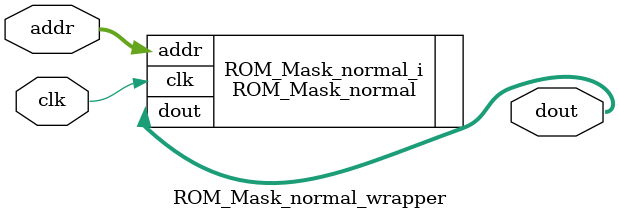
<source format=v>
`timescale 1 ps / 1 ps

module ROM_Mask_normal_wrapper
   (addr,
    clk,
    dout);
  input [10:0]addr;
  input clk;
  output [11:0]dout;

  wire [10:0]addr;
  wire clk;
  wire [11:0]dout;

  ROM_Mask_normal ROM_Mask_normal_i
       (.addr(addr),
        .clk(clk),
        .dout(dout));
endmodule

</source>
